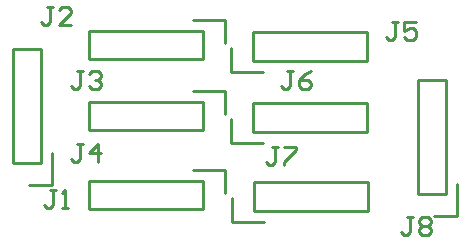
<source format=gto>
G04*
G04 #@! TF.GenerationSoftware,Altium Limited,Altium Designer,20.0.11 (256)*
G04*
G04 Layer_Color=65535*
%FSLAX43Y43*%
%MOMM*%
G71*
G01*
G75*
%ADD10C,0.254*%
D10*
X20662Y4010D02*
Y6010D01*
X18512D02*
X19612D01*
X12829Y5080D02*
X18798D01*
Y2667D02*
Y5080D01*
X9146Y2667D02*
X18798D01*
X9146D02*
Y5080D01*
X12829D01*
X17962Y6010D02*
X18512D01*
X19612D02*
X20662D01*
X21210Y1610D02*
X22260D01*
X23360D02*
X23910D01*
X29043Y2540D02*
X32726D01*
Y4953D01*
X23074D02*
X32726D01*
X23074Y2540D02*
Y4953D01*
Y2540D02*
X29043D01*
X22260Y1610D02*
X23360D01*
X21210D02*
Y3610D01*
X21170Y8300D02*
Y10300D01*
X22220Y8300D02*
X23320D01*
X23034Y9230D02*
X29003D01*
X23034D02*
Y11643D01*
X32686D01*
Y9230D02*
Y11643D01*
X29003Y9230D02*
X32686D01*
X23320Y8300D02*
X23870D01*
X21170D02*
X22220D01*
X21170Y14310D02*
X22220D01*
X23320D02*
X23870D01*
X29003Y15240D02*
X32686D01*
Y17653D01*
X23034D02*
X32686D01*
X23034Y15240D02*
Y17653D01*
Y15240D02*
X29003D01*
X22220Y14310D02*
X23320D01*
X21170D02*
Y16310D01*
X19612Y12700D02*
X20662D01*
X17962D02*
X18512D01*
X9146Y11770D02*
X12829D01*
X9146Y9357D02*
Y11770D01*
Y9357D02*
X18798D01*
Y11770D01*
X12829D02*
X18798D01*
X18512Y12700D02*
X19612D01*
X20662Y10700D02*
Y12700D01*
Y16710D02*
Y18710D01*
X18512D02*
X19612D01*
X12829Y17780D02*
X18798D01*
Y15367D02*
Y17780D01*
X9146Y15367D02*
X18798D01*
X9146D02*
Y17780D01*
X12829D01*
X17962Y18710D02*
X18512D01*
X19612D02*
X20662D01*
X6010Y4740D02*
Y5790D01*
Y6890D02*
Y7440D01*
X5080Y12573D02*
Y16256D01*
X2667D02*
X5080D01*
X2667Y6604D02*
Y16256D01*
Y6604D02*
X5080D01*
Y12573D01*
X6010Y5790D02*
Y6890D01*
X4010Y4740D02*
X6010D01*
X38300Y2120D02*
X40300D01*
Y3170D02*
Y4270D01*
X39370Y3984D02*
Y9953D01*
X36957Y3984D02*
X39370D01*
X36957D02*
Y13636D01*
X39370D01*
Y9953D02*
Y13636D01*
X40300Y4270D02*
Y4820D01*
Y2120D02*
Y3170D01*
X6350Y4262D02*
X5842D01*
X6096D01*
Y2992D01*
X5842Y2738D01*
X5588D01*
X5334Y2992D01*
X6858Y2738D02*
X7366D01*
X7112D01*
Y4262D01*
X6858Y4008D01*
X8636Y8162D02*
X8128D01*
X8382D01*
Y6892D01*
X8128Y6638D01*
X7874D01*
X7620Y6892D01*
X9906Y6638D02*
Y8162D01*
X9144Y7400D01*
X10160D01*
X36576Y2032D02*
X36068D01*
X36322D01*
Y762D01*
X36068Y508D01*
X35814D01*
X35560Y762D01*
X37084Y1778D02*
X37338Y2032D01*
X37846D01*
X38100Y1778D01*
Y1524D01*
X37846Y1270D01*
X38100Y1016D01*
Y762D01*
X37846Y508D01*
X37338D01*
X37084Y762D01*
Y1016D01*
X37338Y1270D01*
X37084Y1524D01*
Y1778D01*
X37338Y1270D02*
X37846D01*
X25146Y7962D02*
X24638D01*
X24892D01*
Y6692D01*
X24638Y6438D01*
X24384D01*
X24130Y6692D01*
X25654Y7962D02*
X26670D01*
Y7708D01*
X25654Y6692D01*
Y6438D01*
X26416Y14362D02*
X25908D01*
X26162D01*
Y13092D01*
X25908Y12838D01*
X25654D01*
X25400Y13092D01*
X27940Y14362D02*
X27432Y14108D01*
X26924Y13600D01*
Y13092D01*
X27178Y12838D01*
X27686D01*
X27940Y13092D01*
Y13346D01*
X27686Y13600D01*
X26924D01*
X35306Y18542D02*
X34798D01*
X35052D01*
Y17272D01*
X34798Y17018D01*
X34544D01*
X34290Y17272D01*
X36830Y18542D02*
X35814D01*
Y17780D01*
X36322Y18034D01*
X36576D01*
X36830Y17780D01*
Y17272D01*
X36576Y17018D01*
X36068D01*
X35814Y17272D01*
X8636Y14362D02*
X8128D01*
X8382D01*
Y13092D01*
X8128Y12838D01*
X7874D01*
X7620Y13092D01*
X9144Y14108D02*
X9398Y14362D01*
X9906D01*
X10160Y14108D01*
Y13854D01*
X9906Y13600D01*
X9652D01*
X9906D01*
X10160Y13346D01*
Y13092D01*
X9906Y12838D01*
X9398D01*
X9144Y13092D01*
X6096Y19812D02*
X5588D01*
X5842D01*
Y18542D01*
X5588Y18288D01*
X5334D01*
X5080Y18542D01*
X7620Y18288D02*
X6604D01*
X7620Y19304D01*
Y19558D01*
X7366Y19812D01*
X6858D01*
X6604Y19558D01*
M02*

</source>
